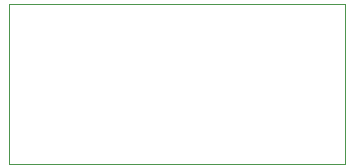
<source format=gko>
G04 #@! TF.GenerationSoftware,KiCad,Pcbnew,(5.1.0-1558-g0ba0c1724)*
G04 #@! TF.CreationDate,2019-11-29T21:27:21-08:00*
G04 #@! TF.ProjectId,SeqStepper,53657153-7465-4707-9065-722e6b696361,rev?*
G04 #@! TF.SameCoordinates,Original*
G04 #@! TF.FileFunction,Profile,NP*
%FSLAX46Y46*%
G04 Gerber Fmt 4.6, Leading zero omitted, Abs format (unit mm)*
G04 Created by KiCad (PCBNEW (5.1.0-1558-g0ba0c1724)) date 2019-11-29 21:27:21*
%MOMM*%
%LPD*%
G04 APERTURE LIST*
%ADD10C,0.050000*%
G04 APERTURE END LIST*
D10*
X123500000Y-95500000D02*
X123500000Y-82000000D01*
X152000000Y-95500000D02*
X123500000Y-95500000D01*
X152000000Y-82000000D02*
X152000000Y-95500000D01*
X123500000Y-82000000D02*
X152000000Y-82000000D01*
M02*

</source>
